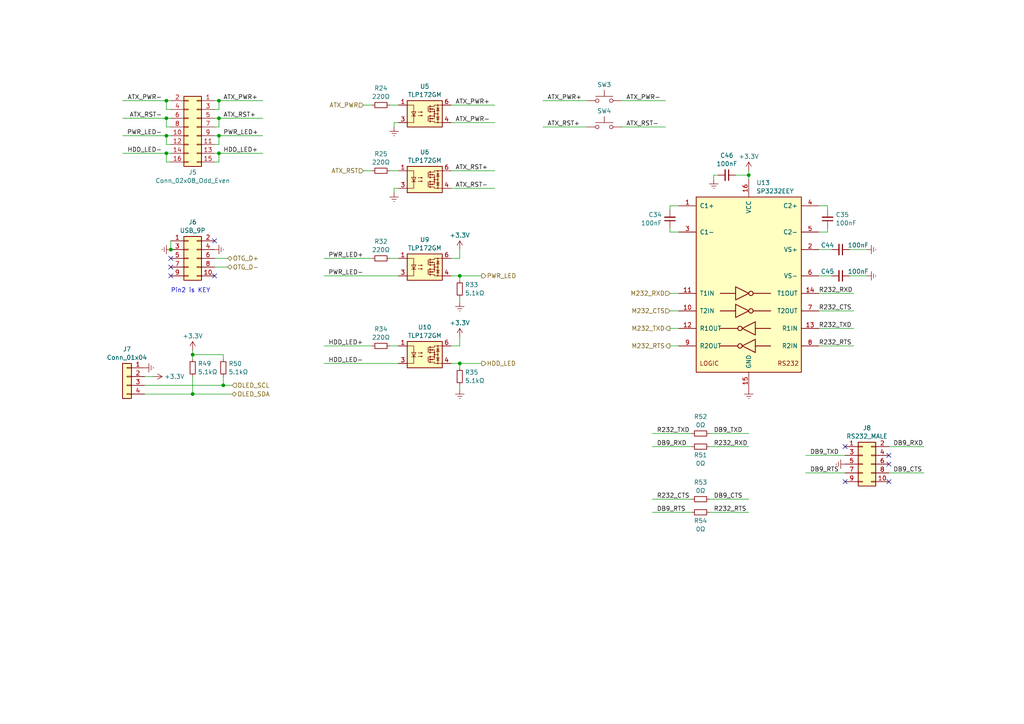
<source format=kicad_sch>
(kicad_sch (version 20231120) (generator "eeschema") (generator_version "8.0")
  (paper "A4")
  (lib_symbols
    (symbol "Connector_Generic:Conn_01x04" (pin_names (offset 1.016) hide)
      (property "Reference" "J" (at 0 5.08 0))
      (property "Value" "Conn_01x04" (at 0 -7.62 0))
      (symbol "Conn_01x04_1_1"
        (rectangle (start -1.27 -4.953) (end 0 -5.207) (stroke (width 0.1524)))
        (rectangle (start -1.27 -2.413) (end 0 -2.667) (stroke (width 0.1524)))
        (rectangle (start -1.27 0.127) (end 0 -0.127) (stroke (width 0.1524)))
        (rectangle (start -1.27 2.667) (end 0 2.413) (stroke (width 0.1524)))
        (rectangle (start -1.27 3.81) (end 1.27 -6.35) (stroke (width 0.254)) (fill (type background)))
        (pin passive line (at -5.08 2.54 0) (length 3.81) (name "Pin_1") (number "1"))
        (pin passive line (at -5.08 0 0) (length 3.81) (name "Pin_2") (number "2"))
        (pin passive line (at -5.08 -2.54 0) (length 3.81) (name "Pin_3") (number "3"))
        (pin passive line (at -5.08 -5.08 0) (length 3.81) (name "Pin_4") (number "4"))
      )
    )
    (symbol "Connector_Generic:Conn_02x05_Odd_Even" (pin_names (offset 1.016) hide)
      (property "Reference" "J" (at 1.27 7.62 0))
      (property "Value" "Conn_02x05_Odd_Even" (at 1.27 -7.62 0))
      (symbol "Conn_02x05_Odd_Even_1_1"
        (rectangle (start -1.27 -4.953) (end 0 -5.207) (stroke (width 0.1524)))
        (rectangle (start -1.27 -2.413) (end 0 -2.667) (stroke (width 0.1524)))
        (rectangle (start -1.27 0.127) (end 0 -0.127) (stroke (width 0.1524)))
        (rectangle (start -1.27 2.667) (end 0 2.413) (stroke (width 0.1524)))
        (rectangle (start -1.27 5.207) (end 0 4.953) (stroke (width 0.1524)))
        (rectangle (start -1.27 6.35) (end 3.81 -6.35) (stroke (width 0.254)) (fill (type background)))
        (rectangle (start 3.81 -4.953) (end 2.54 -5.207) (stroke (width 0.1524)))
        (rectangle (start 3.81 -2.413) (end 2.54 -2.667) (stroke (width 0.1524)))
        (rectangle (start 3.81 0.127) (end 2.54 -0.127) (stroke (width 0.1524)))
        (rectangle (start 3.81 2.667) (end 2.54 2.413) (stroke (width 0.1524)))
        (rectangle (start 3.81 5.207) (end 2.54 4.953) (stroke (width 0.1524)))
        (pin passive line (at -5.08 5.08 0) (length 3.81) (name "Pin_1") (number "1"))
        (pin passive line (at 7.62 -5.08 180) (length 3.81) (name "Pin_10") (number "10"))
        (pin passive line (at 7.62 5.08 180) (length 3.81) (name "Pin_2") (number "2"))
        (pin passive line (at -5.08 2.54 0) (length 3.81) (name "Pin_3") (number "3"))
        (pin passive line (at 7.62 2.54 180) (length 3.81) (name "Pin_4") (number "4"))
        (pin passive line (at -5.08 0 0) (length 3.81) (name "Pin_5") (number "5"))
        (pin passive line (at 7.62 0 180) (length 3.81) (name "Pin_6") (number "6"))
        (pin passive line (at -5.08 -2.54 0) (length 3.81) (name "Pin_7") (number "7"))
        (pin passive line (at 7.62 -2.54 180) (length 3.81) (name "Pin_8") (number "8"))
        (pin passive line (at -5.08 -5.08 0) (length 3.81) (name "Pin_9") (number "9"))
      )
    )
    (symbol "Connector_Generic:Conn_02x08_Odd_Even" (pin_names (offset 1.016) hide)
      (property "Reference" "J" (at 1.27 10.16 0))
      (property "Value" "Conn_02x08_Odd_Even" (at 1.27 -12.7 0))
      (symbol "Conn_02x08_Odd_Even_1_1"
        (rectangle (start -1.27 -10.033) (end 0 -10.287) (stroke (width 0.1524)))
        (rectangle (start -1.27 -7.493) (end 0 -7.747) (stroke (width 0.1524)))
        (rectangle (start -1.27 -4.953) (end 0 -5.207) (stroke (width 0.1524)))
        (rectangle (start -1.27 -2.413) (end 0 -2.667) (stroke (width 0.1524)))
        (rectangle (start -1.27 0.127) (end 0 -0.127) (stroke (width 0.1524)))
        (rectangle (start -1.27 2.667) (end 0 2.413) (stroke (width 0.1524)))
        (rectangle (start -1.27 5.207) (end 0 4.953) (stroke (width 0.1524)))
        (rectangle (start -1.27 7.747) (end 0 7.493) (stroke (width 0.1524)))
        (rectangle (start -1.27 8.89) (end 3.81 -11.43) (stroke (width 0.254)) (fill (type background)))
        (rectangle (start 3.81 -10.033) (end 2.54 -10.287) (stroke (width 0.1524)))
        (rectangle (start 3.81 -7.493) (end 2.54 -7.747) (stroke (width 0.1524)))
        (rectangle (start 3.81 -4.953) (end 2.54 -5.207) (stroke (width 0.1524)))
        (rectangle (start 3.81 -2.413) (end 2.54 -2.667) (stroke (width 0.1524)))
        (rectangle (start 3.81 0.127) (end 2.54 -0.127) (stroke (width 0.1524)))
        (rectangle (start 3.81 2.667) (end 2.54 2.413) (stroke (width 0.1524)))
        (rectangle (start 3.81 5.207) (end 2.54 4.953) (stroke (width 0.1524)))
        (rectangle (start 3.81 7.747) (end 2.54 7.493) (stroke (width 0.1524)))
        (pin passive line (at -5.08 7.62 0) (length 3.81) (name "Pin_1") (number "1"))
        (pin passive line (at 7.62 -2.54 180) (length 3.81) (name "Pin_10") (number "10"))
        (pin passive line (at -5.08 -5.08 0) (length 3.81) (name "Pin_11") (number "11"))
        (pin passive line (at 7.62 -5.08 180) (length 3.81) (name "Pin_12") (number "12"))
        (pin passive line (at -5.08 -7.62 0) (length 3.81) (name "Pin_13") (number "13"))
        (pin passive line (at 7.62 -7.62 180) (length 3.81) (name "Pin_14") (number "14"))
        (pin passive line (at -5.08 -10.16 0) (length 3.81) (name "Pin_15") (number "15"))
        (pin passive line (at 7.62 -10.16 180) (length 3.81) (name "Pin_16") (number "16"))
        (pin passive line (at 7.62 7.62 180) (length 3.81) (name "Pin_2") (number "2"))
        (pin passive line (at -5.08 5.08 0) (length 3.81) (name "Pin_3") (number "3"))
        (pin passive line (at 7.62 5.08 180) (length 3.81) (name "Pin_4") (number "4"))
        (pin passive line (at -5.08 2.54 0) (length 3.81) (name "Pin_5") (number "5"))
        (pin passive line (at 7.62 2.54 180) (length 3.81) (name "Pin_6") (number "6"))
        (pin passive line (at -5.08 0 0) (length 3.81) (name "Pin_7") (number "7"))
        (pin passive line (at 7.62 0 180) (length 3.81) (name "Pin_8") (number "8"))
        (pin passive line (at -5.08 -2.54 0) (length 3.81) (name "Pin_9") (number "9"))
      )
    )
    (symbol "Device:C_Small" (pin_numbers hide) (pin_names (offset 0.254) hide)
      (property "Reference" "C" (at 0.254 1.778 0))
      (property "Value" "C_Small" (at 0.254 -2.032 0))
      (symbol "C_Small_0_1"
        (polyline (pts (xy -1.524 -0.508) (xy 1.524 -0.508)) (stroke (width 0.3302)))
        (polyline (pts (xy -1.524 0.508) (xy 1.524 0.508)) (stroke (width 0.3048)))
      )
      (symbol "C_Small_1_1"
        (pin passive line (at 0 2.54 270) (length 2.032) (name "~") (number "1"))
        (pin passive line (at 0 -2.54 90) (length 2.032) (name "~") (number "2"))
      )
    )
    (symbol "Device:R_Small" (pin_numbers hide) (pin_names (offset 0.254) hide)
      (property "Reference" "R" (at 0.762 0.508 0))
      (property "Value" "R_Small" (at 0.762 -1.016 0))
      (symbol "R_Small_0_1"
        (rectangle (start -0.762 1.778) (end 0.762 -1.778) (stroke (width 0.2032)))
      )
      (symbol "R_Small_1_1"
        (pin passive line (at 0 2.54 270) (length 0.762) (name "~") (number "1"))
        (pin passive line (at 0 -2.54 90) (length 0.762) (name "~") (number "2"))
      )
    )
    (symbol "Interface_UART:MAX3232" (pin_names (offset 1.016))
      (property "Reference" "U" (at -2.54 28.575 0))
      (property "Value" "MAX3232" (at -2.54 26.67 0))
      (symbol "MAX3232_0_0"
        (text "LOGIC" (at -11.43 -22.86 0) (effects (font (size 1.27 1.27))))
        (text "RS232" (at 11.43 -22.86 0) (effects (font (size 1.27 1.27))))
      )
      (symbol "MAX3232_0_1"
        (rectangle (start -15.24 -25.4) (end 15.24 25.4) (stroke (width 0.254)) (fill (type background)))
        (circle (center -2.54 -17.78) (radius 0.635) (stroke (width 0.254)))
        (circle (center -2.54 -12.7) (radius 0.635) (stroke (width 0.254)))
        (polyline (pts (xy -3.81 -7.62) (xy -8.255 -7.62)) (stroke (width 0.254)))
        (polyline (pts (xy -3.81 -2.54) (xy -8.255 -2.54)) (stroke (width 0.254)))
        (polyline (pts (xy -3.175 -17.78) (xy -8.255 -17.78)) (stroke (width 0.254)))
        (polyline (pts (xy -3.175 -12.7) (xy -8.255 -12.7)) (stroke (width 0.254)))
        (polyline (pts (xy 1.27 -7.62) (xy 6.35 -7.62)) (stroke (width 0.254)))
        (polyline (pts (xy 1.27 -2.54) (xy 6.35 -2.54)) (stroke (width 0.254)))
        (polyline (pts (xy 1.905 -17.78) (xy 6.35 -17.78)) (stroke (width 0.254)))
        (polyline (pts (xy 1.905 -12.7) (xy 6.35 -12.7)) (stroke (width 0.254)))
        (polyline (pts (xy -3.81 -5.715) (xy -3.81 -9.525) (xy 0 -7.62) (xy -3.81 -5.715)) (stroke (width 0.254)))
        (polyline (pts (xy -3.81 -0.635) (xy -3.81 -4.445) (xy 0 -2.54) (xy -3.81 -0.635)) (stroke (width 0.254)))
        (polyline (pts (xy 1.905 -15.875) (xy 1.905 -19.685) (xy -1.905 -17.78) (xy 1.905 -15.875)) (stroke (width 0.254)))
        (polyline (pts (xy 1.905 -10.795) (xy 1.905 -14.605) (xy -1.905 -12.7) (xy 1.905 -10.795)) (stroke (width 0.254)))
        (circle (center 0.635 -7.62) (radius 0.635) (stroke (width 0.254)))
        (circle (center 0.635 -2.54) (radius 0.635) (stroke (width 0.254)))
      )
      (symbol "MAX3232_1_1"
        (pin passive line (at -20.32 22.86 0) (length 5.08) (name "C1+") (number "1"))
        (pin input line (at -20.32 -7.62 0) (length 5.08) (name "T2IN") (number "10"))
        (pin input line (at -20.32 -2.54 0) (length 5.08) (name "T1IN") (number "11"))
        (pin output line (at -20.32 -12.7 0) (length 5.08) (name "R1OUT") (number "12"))
        (pin input line (at 20.32 -12.7 180) (length 5.08) (name "R1IN") (number "13"))
        (pin output line (at 20.32 -2.54 180) (length 5.08) (name "T1OUT") (number "14"))
        (pin power_in line (at 0 -30.48 90) (length 5.08) (name "GND") (number "15"))
        (pin power_in line (at 0 30.48 270) (length 5.08) (name "VCC") (number "16"))
        (pin power_out line (at 20.32 10.16 180) (length 5.08) (name "VS+") (number "2"))
        (pin passive line (at -20.32 15.24 0) (length 5.08) (name "C1-") (number "3"))
        (pin passive line (at 20.32 22.86 180) (length 5.08) (name "C2+") (number "4"))
        (pin passive line (at 20.32 15.24 180) (length 5.08) (name "C2-") (number "5"))
        (pin power_out line (at 20.32 2.54 180) (length 5.08) (name "VS-") (number "6"))
        (pin output line (at 20.32 -7.62 180) (length 5.08) (name "T2OUT") (number "7"))
        (pin input line (at 20.32 -17.78 180) (length 5.08) (name "R2IN") (number "8"))
        (pin output line (at -20.32 -17.78 0) (length 5.08) (name "R2OUT") (number "9"))
      )
    )
    (symbol "Relay_SolidState:TLP175A"
      (property "Reference" "U" (at -5.08 4.953 0))
      (property "Value" "TLP175A" (at -5.08 -5.08 0))
      (symbol "TLP175A_0_1"
        (rectangle (start -5.08 3.81) (end 5.08 -3.81) (stroke (width 0.254)) (fill (type background)))
        (polyline (pts (xy -3.81 -0.635) (xy -2.54 -0.635)))
        (polyline (pts (xy 1.016 -0.635) (xy 1.016 -2.159)) (stroke (width 0.2032)))
        (polyline (pts (xy 1.016 2.159) (xy 1.016 0.635)) (stroke (width 0.2032)))
        (polyline (pts (xy 1.524 -0.508) (xy 1.524 -0.762)) (stroke (width 0.3556)))
        (polyline (pts (xy 2.794 0) (xy 3.81 0)))
        (polyline (pts (xy 3.429 -1.651) (xy 4.191 -1.651)))
        (polyline (pts (xy 3.429 1.651) (xy 4.191 1.651)))
        (polyline (pts (xy 3.81 -2.54) (xy 3.81 2.54)))
        (polyline (pts (xy 1.524 -2.032) (xy 1.524 -2.286) (xy 1.524 -2.286)) (stroke (width 0.3556)))
        (polyline (pts (xy 1.524 -1.27) (xy 1.524 -1.524) (xy 1.524 -1.524)) (stroke (width 0.3556)))
        (polyline (pts (xy 1.524 0.762) (xy 1.524 0.508) (xy 1.524 0.508)) (stroke (width 0.3556)))
        (polyline (pts (xy 1.524 1.524) (xy 1.524 1.27) (xy 1.524 1.27)) (stroke (width 0.3556)))
        (polyline (pts (xy 1.524 2.286) (xy 1.524 2.032) (xy 1.524 2.032)) (stroke (width 0.3556)))
        (polyline (pts (xy 1.651 -1.397) (xy 2.794 -1.397) (xy 2.794 -0.635)))
        (polyline (pts (xy 1.651 1.397) (xy 2.794 1.397) (xy 2.794 0.635)))
        (polyline (pts (xy -5.08 2.54) (xy -3.175 2.54) (xy -3.175 -2.54) (xy -5.08 -2.54)))
        (polyline (pts (xy -3.175 -0.635) (xy -3.81 0.635) (xy -2.54 0.635) (xy -3.175 -0.635)))
        (polyline (pts (xy 1.651 -2.159) (xy 2.794 -2.159) (xy 2.794 -2.54) (xy 5.08 -2.54)))
        (polyline (pts (xy 1.651 -0.635) (xy 2.794 -0.635) (xy 2.794 0.635) (xy 1.651 0.635)))
        (polyline (pts (xy 1.651 2.159) (xy 2.794 2.159) (xy 2.794 2.54) (xy 5.08 2.54)))
        (polyline (pts (xy 1.778 -1.397) (xy 2.286 -1.27) (xy 2.286 -1.524) (xy 1.778 -1.397)))
        (polyline (pts (xy 1.778 1.397) (xy 2.286 1.524) (xy 2.286 1.27) (xy 1.778 1.397)))
        (polyline (pts (xy 3.81 -1.651) (xy 3.429 -0.889) (xy 4.191 -0.889) (xy 3.81 -1.651)))
        (polyline (pts (xy 3.81 1.651) (xy 3.429 0.889) (xy 4.191 0.889) (xy 3.81 1.651)))
        (polyline (pts (xy -1.905 -0.508) (xy -0.635 -0.508) (xy -1.016 -0.635) (xy -1.016 -0.381) (xy -0.635 -0.508)))
        (polyline (pts (xy -1.905 0.508) (xy -0.635 0.508) (xy -1.016 0.381) (xy -1.016 0.635) (xy -0.635 0.508)))
        (circle (center 2.794 -0.635) (radius 0.127))
        (circle (center 2.794 0) (radius 0.127))
        (circle (center 2.794 0.635) (radius 0.127))
        (circle (center 3.81 -2.54) (radius 0.127))
        (circle (center 3.81 0) (radius 0.127))
        (circle (center 3.81 2.54) (radius 0.127))
      )
      (symbol "TLP175A_1_1"
        (pin passive line (at -7.62 2.54 0) (length 2.54) (name "~") (number "1"))
        (pin passive line (at -7.62 -2.54 0) (length 2.54) (name "~") (number "3"))
        (pin passive line (at 7.62 -2.54 180) (length 2.54) (name "~") (number "4"))
        (pin passive line (at 7.62 2.54 180) (length 2.54) (name "~") (number "6"))
      )
    )
    (symbol "Switch:SW_Push" (pin_numbers hide) (pin_names (offset 1.016) hide)
      (property "Reference" "SW" (at 1.27 2.54 0))
      (property "Value" "SW_Push" (at 0 -1.524 0))
      (symbol "SW_Push_0_1"
        (circle (center -2.032 0) (radius 0.508))
        (polyline (pts (xy 0 1.27) (xy 0 3.048)))
        (polyline (pts (xy 2.54 1.27) (xy -2.54 1.27)))
        (circle (center 2.032 0) (radius 0.508))
        (pin passive line (at -5.08 0 0) (length 2.54) (name "1") (number "1"))
        (pin passive line (at 5.08 0 180) (length 2.54) (name "2") (number "2"))
      )
    )
    (symbol "power:+3.3V" (power) (pin_names (offset 0))
      (property "Value" "+3.3V" (at 0 3.556 0))
      (symbol "+3.3V_0_1"
        (polyline (pts (xy -0.762 1.27) (xy 0 2.54)))
        (polyline (pts (xy 0 0) (xy 0 2.54)))
        (polyline (pts (xy 0 2.54) (xy 0.762 1.27)))
      )
      (symbol "+3.3V_1_1"
        (pin power_in line (at 0 0 90) (length 0) hide (name "+3.3V") (number "1"))
      )
    )
    (symbol "power:Earth" (power) (pin_names (offset 0))
      (symbol "Earth_0_1"
        (polyline (pts (xy -0.635 -1.905) (xy 0.635 -1.905)))
        (polyline (pts (xy -0.127 -2.54) (xy 0.127 -2.54)))
        (polyline (pts (xy 0 -1.27) (xy 0 0)))
        (polyline (pts (xy 1.27 -1.27) (xy -1.27 -1.27)))
      )
      (symbol "Earth_1_1"
        (pin power_in line (at 0 0 270) (length 0) hide (name "Earth") (number "1"))
      )
    )
  )
  (junction (at 49.53 72.39))
  (junction (at 63.5 34.29))
  (junction (at 48.26 44.45))
  (junction (at 217.17 50.8))
  (junction (at 63.5 39.37))
  (junction (at 48.26 29.21))
  (junction (at 55.88 102.87))
  (junction (at 48.26 39.37))
  (junction (at 48.26 34.29))
  (junction (at 133.35 105.41))
  (junction (at 133.35 80.01))
  (junction (at 55.88 114.3))
  (junction (at 63.5 44.45))
  (junction (at 64.77 111.76))
  (junction (at 63.5 29.21))
  (no_connect (at 62.23 69.85))
  (no_connect (at 257.81 132.08))
  (no_connect (at 62.23 80.01))
  (no_connect (at 245.11 129.54))
  (no_connect (at 49.53 80.01))
  (no_connect (at 245.11 139.7))
  (no_connect (at 257.81 139.7))
  (no_connect (at 49.53 74.93))
  (no_connect (at 257.81 134.62))
  (no_connect (at 49.53 77.47))
  (wire (pts (xy 48.26 31.75) (xy 48.26 29.21)))
  (wire (pts (xy 189.23 144.78) (xy 200.66 144.78)))
  (wire (pts (xy 48.26 41.91) (xy 49.53 41.91)))
  (wire (pts (xy 62.23 39.37) (xy 63.5 39.37)))
  (wire (pts (xy 194.31 90.17) (xy 196.85 90.17)))
  (wire (pts (xy 237.49 90.17) (xy 247.65 90.17)))
  (wire (pts (xy 55.88 109.22) (xy 55.88 114.3)))
  (wire (pts (xy 217.17 49.53) (xy 217.17 50.8)))
  (wire (pts (xy 130.81 49.53) (xy 143.51 49.53)))
  (wire (pts (xy 48.26 31.75) (xy 49.53 31.75)))
  (wire (pts (xy 246.38 72.39) (xy 251.46 72.39)))
  (wire (pts (xy 114.3 35.56) (xy 115.57 35.56)))
  (wire (pts (xy 63.5 44.45) (xy 76.2 44.45)))
  (wire (pts (xy 194.31 66.04) (xy 194.31 67.31)))
  (wire (pts (xy 157.48 29.21) (xy 170.18 29.21)))
  (wire (pts (xy 114.3 54.61) (xy 115.57 54.61)))
  (wire (pts (xy 133.35 105.41) (xy 130.81 105.41)))
  (wire (pts (xy 130.81 30.48) (xy 143.51 30.48)))
  (wire (pts (xy 194.31 95.25) (xy 196.85 95.25)))
  (wire (pts (xy 62.23 31.75) (xy 63.5 31.75)))
  (wire (pts (xy 180.34 29.21) (xy 193.04 29.21)))
  (wire (pts (xy 49.53 69.85) (xy 49.53 72.39)))
  (wire (pts (xy 63.5 46.99) (xy 63.5 44.45)))
  (wire (pts (xy 233.68 132.08) (xy 245.11 132.08)))
  (wire (pts (xy 41.91 111.76) (xy 64.77 111.76)))
  (wire (pts (xy 189.23 125.73) (xy 200.66 125.73)))
  (wire (pts (xy 157.48 36.83) (xy 170.18 36.83)))
  (wire (pts (xy 130.81 35.56) (xy 143.51 35.56)))
  (wire (pts (xy 48.26 34.29) (xy 49.53 34.29)))
  (wire (pts (xy 194.31 100.33) (xy 196.85 100.33)))
  (wire (pts (xy 194.31 59.69) (xy 196.85 59.69)))
  (wire (pts (xy 189.23 129.54) (xy 200.66 129.54)))
  (wire (pts (xy 62.23 44.45) (xy 63.5 44.45)))
  (wire (pts (xy 133.35 111.76) (xy 133.35 113.03)))
  (wire (pts (xy 48.26 41.91) (xy 48.26 39.37)))
  (wire (pts (xy 63.5 39.37) (xy 76.2 39.37)))
  (wire (pts (xy 55.88 114.3) (xy 67.31 114.3)))
  (wire (pts (xy 237.49 100.33) (xy 247.65 100.33)))
  (wire (pts (xy 64.77 104.14) (xy 64.77 102.87)))
  (wire (pts (xy 130.81 54.61) (xy 143.51 54.61)))
  (wire (pts (xy 133.35 80.01) (xy 139.7 80.01)))
  (wire (pts (xy 63.5 41.91) (xy 63.5 39.37)))
  (wire (pts (xy 63.5 29.21) (xy 76.2 29.21)))
  (wire (pts (xy 207.01 50.8) (xy 208.28 50.8)))
  (wire (pts (xy 62.23 29.21) (xy 63.5 29.21)))
  (wire (pts (xy 133.35 100.33) (xy 130.81 100.33)))
  (wire (pts (xy 237.49 67.31) (xy 240.03 67.31)))
  (wire (pts (xy 35.56 34.29) (xy 48.26 34.29)))
  (wire (pts (xy 48.26 44.45) (xy 49.53 44.45)))
  (wire (pts (xy 194.31 67.31) (xy 196.85 67.31)))
  (wire (pts (xy 205.74 125.73) (xy 217.17 125.73)))
  (wire (pts (xy 113.03 30.48) (xy 115.57 30.48)))
  (wire (pts (xy 113.03 100.33) (xy 115.57 100.33)))
  (wire (pts (xy 233.68 137.16) (xy 245.11 137.16)))
  (wire (pts (xy 62.23 41.91) (xy 63.5 41.91)))
  (wire (pts (xy 48.26 39.37) (xy 49.53 39.37)))
  (wire (pts (xy 64.77 102.87) (xy 55.88 102.87)))
  (wire (pts (xy 133.35 106.68) (xy 133.35 105.41)))
  (wire (pts (xy 48.26 36.83) (xy 49.53 36.83)))
  (wire (pts (xy 66.04 74.93) (xy 62.23 74.93)))
  (wire (pts (xy 205.74 144.78) (xy 217.17 144.78)))
  (wire (pts (xy 93.98 80.01) (xy 115.57 80.01)))
  (wire (pts (xy 189.23 148.59) (xy 200.66 148.59)))
  (wire (pts (xy 133.35 74.93) (xy 130.81 74.93)))
  (wire (pts (xy 133.35 80.01) (xy 130.81 80.01)))
  (wire (pts (xy 48.26 34.29) (xy 48.26 36.83)))
  (wire (pts (xy 48.26 46.99) (xy 48.26 44.45)))
  (wire (pts (xy 105.41 30.48) (xy 107.95 30.48)))
  (wire (pts (xy 194.31 60.96) (xy 194.31 59.69)))
  (wire (pts (xy 64.77 111.76) (xy 67.31 111.76)))
  (wire (pts (xy 63.5 34.29) (xy 76.2 34.29)))
  (wire (pts (xy 133.35 81.28) (xy 133.35 80.01)))
  (wire (pts (xy 133.35 97.79) (xy 133.35 100.33)))
  (wire (pts (xy 133.35 72.39) (xy 133.35 74.93)))
  (wire (pts (xy 246.38 80.01) (xy 251.46 80.01)))
  (wire (pts (xy 133.35 105.41) (xy 139.7 105.41)))
  (wire (pts (xy 114.3 36.83) (xy 114.3 35.56)))
  (wire (pts (xy 257.81 129.54) (xy 267.97 129.54)))
  (wire (pts (xy 66.04 77.47) (xy 62.23 77.47)))
  (wire (pts (xy 240.03 67.31) (xy 240.03 66.04)))
  (wire (pts (xy 237.49 85.09) (xy 247.65 85.09)))
  (wire (pts (xy 62.23 34.29) (xy 63.5 34.29)))
  (wire (pts (xy 41.91 114.3) (xy 55.88 114.3)))
  (wire (pts (xy 213.36 50.8) (xy 217.17 50.8)))
  (wire (pts (xy 205.74 148.59) (xy 217.17 148.59)))
  (wire (pts (xy 35.56 29.21) (xy 48.26 29.21)))
  (wire (pts (xy 237.49 59.69) (xy 240.03 59.69)))
  (wire (pts (xy 105.41 49.53) (xy 107.95 49.53)))
  (wire (pts (xy 41.91 109.22) (xy 44.45 109.22)))
  (wire (pts (xy 237.49 95.25) (xy 247.65 95.25)))
  (wire (pts (xy 237.49 80.01) (xy 241.3 80.01)))
  (wire (pts (xy 194.31 85.09) (xy 196.85 85.09)))
  (wire (pts (xy 205.74 129.54) (xy 217.17 129.54)))
  (wire (pts (xy 64.77 109.22) (xy 64.77 111.76)))
  (wire (pts (xy 48.26 46.99) (xy 49.53 46.99)))
  (wire (pts (xy 133.35 86.36) (xy 133.35 87.63)))
  (wire (pts (xy 180.34 36.83) (xy 193.04 36.83)))
  (wire (pts (xy 93.98 74.93) (xy 107.95 74.93)))
  (wire (pts (xy 55.88 101.6) (xy 55.88 102.87)))
  (wire (pts (xy 63.5 36.83) (xy 63.5 34.29)))
  (wire (pts (xy 113.03 49.53) (xy 115.57 49.53)))
  (wire (pts (xy 217.17 50.8) (xy 217.17 52.07)))
  (wire (pts (xy 207.01 52.07) (xy 207.01 50.8)))
  (wire (pts (xy 62.23 36.83) (xy 63.5 36.83)))
  (wire (pts (xy 237.49 72.39) (xy 241.3 72.39)))
  (wire (pts (xy 114.3 55.88) (xy 114.3 54.61)))
  (wire (pts (xy 55.88 102.87) (xy 55.88 104.14)))
  (wire (pts (xy 35.56 44.45) (xy 48.26 44.45)))
  (wire (pts (xy 62.23 46.99) (xy 63.5 46.99)))
  (wire (pts (xy 63.5 31.75) (xy 63.5 29.21)))
  (wire (pts (xy 257.81 137.16) (xy 267.97 137.16)))
  (wire (pts (xy 240.03 59.69) (xy 240.03 60.96)))
  (wire (pts (xy 113.03 74.93) (xy 115.57 74.93)))
  (wire (pts (xy 48.26 29.21) (xy 49.53 29.21)))
  (wire (pts (xy 93.98 105.41) (xy 115.57 105.41)))
  (wire (pts (xy 35.56 39.37) (xy 48.26 39.37)))
  (wire (pts (xy 93.98 100.33) (xy 107.95 100.33)))
  (text "Pin2 is KEY" (at 49.53 85.09 0) (effects (font (size 1.27 1.27)) (justify left bottom)))
  (label "HDD_LED+" (at 95.25 100.33 0))
  (label "HDD_LED-" (at 46.99 44.45 180))
  (label "ATX_PWR-" (at 181.61 29.21 0))
  (label "ATX_PWR-" (at 46.99 29.21 180))
  (label "R232_RXD" (at 237.49 85.09 0))
  (label "DB9_CTS" (at 259.08 137.16 0))
  (label "R232_TXD" (at 190.5 125.73 0))
  (label "DB9_RTS" (at 190.5 148.59 0))
  (label "ATX_PWR+" (at 64.77 29.21 0))
  (label "PWR_LED-" (at 105.41 80.01 180))
  (label "ATX_RST-" (at 132.08 54.61 0))
  (label "DB9_RTS" (at 234.95 137.16 0))
  (label "DB9_RXD" (at 190.5 129.54 0))
  (label "ATX_RST-" (at 46.99 34.29 180))
  (label "R232_RTS" (at 237.49 100.33 0))
  (label "ATX_RST+" (at 132.08 49.53 0))
  (label "ATX_PWR+" (at 132.08 30.48 0))
  (label "ATX_PWR-" (at 132.08 35.56 0))
  (label "PWR_LED+" (at 64.77 39.37 0))
  (label "DB9_TXD" (at 234.95 132.08 0))
  (label "PWR_LED+" (at 105.41 74.93 180))
  (label "DB9_TXD" (at 207.01 125.73 0))
  (label "R232_CTS" (at 190.5 144.78 0))
  (label "ATX_RST-" (at 181.61 36.83 0))
  (label "DB9_CTS" (at 207.01 144.78 0))
  (label "ATX_RST+" (at 64.77 34.29 0))
  (label "R232_CTS" (at 237.49 90.17 0))
  (label "DB9_RXD" (at 259.08 129.54 0))
  (label "R232_TXD" (at 237.49 95.25 0))
  (label "HDD_LED+" (at 64.77 44.45 0))
  (label "R232_RXD" (at 207.01 129.54 0))
  (label "PWR_LED-" (at 46.99 39.37 180))
  (label "ATX_RST+" (at 158.75 36.83 0))
  (label "R232_RTS" (at 207.01 148.59 0))
  (label "ATX_PWR+" (at 158.75 29.21 0))
  (label "HDD_LED-" (at 95.25 105.41 0))
  (hierarchical_label "ATX_RST" (shape input) (at 105.41 49.53 180))
  (hierarchical_label "PWR_LED" (shape output) (at 139.7 80.01 0))
  (hierarchical_label "M232_RTS" (shape output) (at 194.31 100.33 180))
  (hierarchical_label "M232_TXD" (shape output) (at 194.31 95.25 180))
  (hierarchical_label "HDD_LED" (shape output) (at 139.7 105.41 0))
  (hierarchical_label "OTG_D-" (shape bidirectional) (at 66.04 77.47 0))
  (hierarchical_label "OTG_D+" (shape bidirectional) (at 66.04 74.93 0))
  (hierarchical_label "M232_RXD" (shape input) (at 194.31 85.09 180))
  (hierarchical_label "ATX_PWR" (shape input) (at 105.41 30.48 180))
  (hierarchical_label "OLED_SCL" (shape input) (at 67.31 111.76 0))
  (hierarchical_label "OLED_SDA" (shape bidirectional) (at 67.31 114.3 0))
  (hierarchical_label "M232_CTS" (shape input) (at 194.31 90.17 180))
  (symbol (lib_id "power:Earth") (at 251.46 80.01 90) (unit 1)
    (property "Reference" "#PWR047" (effects (hide yes)))
    (property "Value" "Earth" (effects (hide yes)))
  )
  (symbol (lib_id "Device:C_Small") (at 243.84 80.01 270) (unit 1)
    (property "Reference" "C45" (at 240.03 78.74 90))
    (property "Value" "100nF" (at 248.92 78.74 90))
    (property "Footprint" "Capacitor_SMD:C_0402_1005Metric" (effects (hide yes)))
  )
  (symbol (lib_id "Device:R_Small") (at 203.2 144.78 90) (unit 1)
    (property "Reference" "R53" (at 203.2 139.8991 90))
    (property "Value" "0Ω" (at 203.2 142.3233 90))
    (property "Footprint" "Resistor_SMD:R_0402_1005Metric" (effects (hide yes)))
  )
  (symbol (lib_id "power:+3.3V") (at 133.35 72.39 0) (unit 1)
    (property "Reference" "#PWR035" (effects (hide yes)))
    (property "Value" "+3.3V" (at 133.35 68.2569 0))
  )
  (symbol (lib_id "power:Earth") (at 62.23 72.39 90) (unit 1)
    (property "Reference" "#PWR081" (effects (hide yes)))
    (property "Value" "Earth" (effects (hide yes)))
  )
  (symbol (lib_id "Device:R_Small") (at 110.49 49.53 90) (unit 1)
    (property "Reference" "R25" (at 110.49 44.6491 90))
    (property "Value" "220Ω" (at 110.49 47.0733 90))
    (property "Footprint" "Resistor_SMD:R_0402_1005Metric" (effects (hide yes)))
  )
  (symbol (lib_id "Device:R_Small") (at 203.2 125.73 90) (unit 1)
    (property "Reference" "R52" (at 203.2 120.8491 90))
    (property "Value" "0Ω" (at 203.2 123.2733 90))
    (property "Footprint" "Resistor_SMD:R_0402_1005Metric" (effects (hide yes)))
  )
  (symbol (lib_id "Relay_SolidState:TLP175A") (at 123.19 33.02 0) (unit 1)
    (property "Reference" "U5" (at 123.19 25.0657 0))
    (property "Value" "TLP172GM" (at 123.19 27.4899 0))
    (property "Footprint" "Package_SO:MFSOP6-4_4.4x3.6mm_P1.27mm" (effects (hide yes)))
    (property "Datasheet" "https://toshiba.semicon-storage.com/info/docget.jsp?did=13665&prodName=TLP175A" (effects (hide yes)))
    (property "LCSC Part" "C261926" (effects (hide yes)))
  )
  (symbol (lib_id "Device:R_Small") (at 64.77 106.68 0) (unit 1)
    (property "Reference" "R50" (at 66.2686 105.4679 0) (effects (justify left)))
    (property "Value" "5.1kΩ" (at 66.2686 107.8921 0) (effects (justify left)))
    (property "Footprint" "Resistor_SMD:R_0402_1005Metric" (effects (hide yes)))
  )
  (symbol (lib_id "power:Earth") (at 49.53 72.39 270) (unit 1)
    (property "Reference" "#PWR079" (effects (hide yes)))
    (property "Value" "Earth" (effects (hide yes)))
  )
  (symbol (lib_id "Relay_SolidState:TLP175A") (at 123.19 102.87 0) (unit 1)
    (property "Reference" "U10" (at 123.19 94.9157 0))
    (property "Value" "TLP172GM" (at 123.19 97.3399 0))
    (property "Footprint" "Package_SO:MFSOP6-4_4.4x3.6mm_P1.27mm" (effects (hide yes)))
    (property "Datasheet" "https://toshiba.semicon-storage.com/info/docget.jsp?did=13665&prodName=TLP175A" (effects (hide yes)))
    (property "LCSC Part" "C261926" (effects (hide yes)))
  )
  (symbol (lib_id "power:Earth") (at 133.35 113.03 0) (unit 1)
    (property "Reference" "#PWR092" (effects (hide yes)))
    (property "Value" "Earth" (effects (hide yes)))
  )
  (symbol (lib_id "power:Earth") (at 207.01 52.07 0) (unit 1)
    (property "Reference" "#PWR052" (effects (hide yes)))
    (property "Value" "Earth" (effects (hide yes)))
  )
  (symbol (lib_id "Interface_UART:MAX3232") (at 217.17 82.55 0) (unit 1)
    (property "Reference" "U13" (at 219.3641 53.0057 0) (effects (justify left)))
    (property "Value" "SP3232EEY" (at 219.3641 55.4299 0) (effects (justify left)))
    (property "Footprint" "Package_SO:TSSOP-16_4.4x5mm_P0.65mm" (effects (hide yes)))
    (property "Datasheet" "https://datasheets.maximintegrated.com/en/ds/MAX3222-MAX3241.pdf" (effects (hide yes)))
    (property "LCSC Part" "C13482" (effects (hide yes)))
  )
  (symbol (lib_id "power:Earth") (at 41.91 106.68 90) (unit 1)
    (property "Reference" "#PWR088" (effects (hide yes)))
    (property "Value" "Earth" (effects (hide yes)))
  )
  (symbol (lib_id "Relay_SolidState:TLP175A") (at 123.19 77.47 0) (unit 1)
    (property "Reference" "U9" (at 123.19 69.5157 0))
    (property "Value" "TLP172GM" (at 123.19 71.9399 0))
    (property "Footprint" "Package_SO:MFSOP6-4_4.4x3.6mm_P1.27mm" (effects (hide yes)))
    (property "Datasheet" "https://toshiba.semicon-storage.com/info/docget.jsp?did=13665&prodName=TLP175A" (effects (hide yes)))
    (property "LCSC Part" "C261926" (effects (hide yes)))
  )
  (symbol (lib_id "power:Earth") (at 245.11 134.62 270) (unit 1)
    (property "Reference" "#PWR053" (effects (hide yes)))
    (property "Value" "Earth" (effects (hide yes)))
  )
  (symbol (lib_id "power:Earth") (at 251.46 72.39 90) (unit 1)
    (property "Reference" "#PWR046" (effects (hide yes)))
    (property "Value" "Earth" (effects (hide yes)))
  )
  (symbol (lib_id "Connector_Generic:Conn_01x04") (at 36.83 109.22 0) (mirror y) (unit 1)
    (property "Reference" "J7" (at 36.83 101.2657 0))
    (property "Value" "Conn_01x04" (at 36.83 103.6899 0))
    (property "Footprint" "Connector_PinHeader_2.54mm:PinHeader_1x04_P2.54mm_Horizontal" (effects (hide yes)))
  )
  (symbol (lib_id "power:+3.3V") (at 44.45 109.22 270) (unit 1)
    (property "Reference" "#PWR020" (effects (hide yes)))
    (property "Value" "+3.3V" (at 47.625 109.22 90) (effects (justify left)))
  )
  (symbol (lib_id "Device:R_Small") (at 203.2 148.59 90) (unit 1)
    (property "Reference" "R54" (at 203.2 151.0467 90))
    (property "Value" "0Ω" (at 203.2 153.4709 90))
    (property "Footprint" "Resistor_SMD:R_0402_1005Metric" (effects (hide yes)))
  )
  (symbol (lib_id "Device:R_Small") (at 133.35 83.82 0) (unit 1)
    (property "Reference" "R33" (at 134.8486 82.6079 0) (effects (justify left)))
    (property "Value" "5.1kΩ" (at 134.8486 85.0321 0) (effects (justify left)))
    (property "Footprint" "Resistor_SMD:R_0402_1005Metric" (effects (hide yes)))
  )
  (symbol (lib_id "Device:C_Small") (at 240.03 63.5 180) (unit 1)
    (property "Reference" "C35" (at 242.3541 62.2815 0) (effects (justify right)))
    (property "Value" "100nF" (at 242.3541 64.7057 0) (effects (justify right)))
    (property "Footprint" "Capacitor_SMD:C_0402_1005Metric" (effects (hide yes)))
  )
  (symbol (lib_id "Device:R_Small") (at 133.35 109.22 0) (unit 1)
    (property "Reference" "R35" (at 134.8486 108.0079 0) (effects (justify left)))
    (property "Value" "5.1kΩ" (at 134.8486 110.4321 0) (effects (justify left)))
    (property "Footprint" "Resistor_SMD:R_0402_1005Metric" (effects (hide yes)))
  )
  (symbol (lib_id "power:Earth") (at 217.17 113.03 0) (unit 1)
    (property "Reference" "#PWR041" (effects (hide yes)))
    (property "Value" "Earth" (effects (hide yes)))
  )
  (symbol (lib_id "Connector_Generic:Conn_02x08_Odd_Even") (at 57.15 36.83 0) (mirror y) (unit 1)
    (property "Reference" "J5" (at 55.88 49.9801 0))
    (property "Value" "Conn_02x08_Odd_Even" (at 55.88 52.4043 0))
    (property "Footprint" "Connector_PinHeader_2.54mm:PinHeader_2x08_P2.54mm_Horizontal" (effects (hide yes)))
  )
  (symbol (lib_id "Device:R_Small") (at 110.49 100.33 90) (unit 1)
    (property "Reference" "R34" (at 110.49 95.4491 90))
    (property "Value" "220Ω" (at 110.49 97.8733 90))
    (property "Footprint" "Resistor_SMD:R_0402_1005Metric" (effects (hide yes)))
  )
  (symbol (lib_id "power:+3.3V") (at 217.17 49.53 0) (unit 1)
    (property "Reference" "#PWR048" (effects (hide yes)))
    (property "Value" "+3.3V" (at 217.17 45.3969 0))
  )
  (symbol (lib_id "Connector_Generic:Conn_02x05_Odd_Even") (at 54.61 74.93 0) (unit 1)
    (property "Reference" "J6" (at 55.88 64.4357 0))
    (property "Value" "USB_9P" (at 55.88 66.8599 0))
    (property "Footprint" "tukvm:USB_9P_P2.54mm_Horizontal" (effects (hide yes)))
  )
  (symbol (lib_id "Switch:SW_Push") (at 175.26 29.21 0) (unit 1)
    (property "Reference" "SW3" (at 175.26 24.5689 0))
    (property "Value" "TS-1187A" (effects (hide yes)))
    (property "Footprint" "Button_Switch_SMD:SW_Push_1P1T_XKB_TS-1187A" (effects (hide yes)))
  )
  (symbol (lib_id "power:Earth") (at 114.3 36.83 0) (unit 1)
    (property "Reference" "#PWR083" (effects (hide yes)))
    (property "Value" "Earth" (effects (hide yes)))
  )
  (symbol (lib_id "Device:R_Small") (at 110.49 30.48 90) (unit 1)
    (property "Reference" "R24" (at 110.49 25.5991 90))
    (property "Value" "220Ω" (at 110.49 28.0233 90))
    (property "Footprint" "Resistor_SMD:R_0402_1005Metric" (effects (hide yes)))
  )
  (symbol (lib_id "power:Earth") (at 114.3 55.88 0) (unit 1)
    (property "Reference" "#PWR082" (effects (hide yes)))
    (property "Value" "Earth" (effects (hide yes)))
  )
  (symbol (lib_id "power:+3.3V") (at 133.35 97.79 0) (unit 1)
    (property "Reference" "#PWR024" (effects (hide yes)))
    (property "Value" "+3.3V" (at 133.35 93.6569 0))
  )
  (symbol (lib_id "Device:C_Small") (at 210.82 50.8 270) (unit 1)
    (property "Reference" "C46" (at 210.8136 45.0936 90))
    (property "Value" "100nF" (at 210.8136 47.5178 90))
    (property "Footprint" "Capacitor_SMD:C_0402_1005Metric" (effects (hide yes)))
  )
  (symbol (lib_id "Device:R_Small") (at 110.49 74.93 90) (unit 1)
    (property "Reference" "R32" (at 110.49 70.0491 90))
    (property "Value" "220Ω" (at 110.49 72.4733 90))
    (property "Footprint" "Resistor_SMD:R_0402_1005Metric" (effects (hide yes)))
  )
  (symbol (lib_id "power:Earth") (at 133.35 87.63 0) (unit 1)
    (property "Reference" "#PWR090" (effects (hide yes)))
    (property "Value" "Earth" (effects (hide yes)))
  )
  (symbol (lib_id "power:+3.3V") (at 55.88 101.6 0) (unit 1)
    (property "Reference" "#PWR036" (effects (hide yes)))
    (property "Value" "+3.3V" (at 55.88 97.4669 0))
  )
  (symbol (lib_id "Device:C_Small") (at 194.31 63.5 180) (unit 1)
    (property "Reference" "C34" (at 191.986 62.2815 0) (effects (justify left)))
    (property "Value" "100nF" (at 191.986 64.7057 0) (effects (justify left)))
    (property "Footprint" "Capacitor_SMD:C_0402_1005Metric" (effects (hide yes)))
  )
  (symbol (lib_id "Connector_Generic:Conn_02x05_Odd_Even") (at 250.19 134.62 0) (unit 1)
    (property "Reference" "J8" (at 251.46 124.1257 0))
    (property "Value" "RS232_MALE" (at 251.46 126.5499 0))
    (property "Footprint" "easyeda2kicad:IDC-SMD_10P-P2.54-V-R2-C5-S9.50" (effects (hide yes)))
  )
  (symbol (lib_id "Device:R_Small") (at 55.88 106.68 0) (unit 1)
    (property "Reference" "R49" (at 57.3786 105.4679 0) (effects (justify left)))
    (property "Value" "5.1kΩ" (at 57.3786 107.8921 0) (effects (justify left)))
    (property "Footprint" "Resistor_SMD:R_0402_1005Metric" (effects (hide yes)))
  )
  (symbol (lib_id "Relay_SolidState:TLP175A") (at 123.19 52.07 0) (unit 1)
    (property "Reference" "U6" (at 123.19 44.1157 0))
    (property "Value" "TLP172GM" (at 123.19 46.5399 0))
    (property "Footprint" "Package_SO:MFSOP6-4_4.4x3.6mm_P1.27mm" (effects (hide yes)))
    (property "Datasheet" "https://toshiba.semicon-storage.com/info/docget.jsp?did=13665&prodName=TLP175A" (effects (hide yes)))
    (property "LCSC Part" "C261926" (effects (hide yes)))
  )
  (symbol (lib_id "Device:C_Small") (at 243.84 72.39 270) (unit 1)
    (property "Reference" "C44" (at 240.03 71.12 90))
    (property "Value" "100nF" (at 248.92 71.12 90))
    (property "Footprint" "Capacitor_SMD:C_0402_1005Metric" (effects (hide yes)))
  )
  (symbol (lib_id "Device:R_Small") (at 203.2 129.54 90) (unit 1)
    (property "Reference" "R51" (at 203.2 131.9967 90))
    (property "Value" "0Ω" (at 203.2 134.4209 90))
    (property "Footprint" "Resistor_SMD:R_0402_1005Metric" (effects (hide yes)))
  )
  (symbol (lib_id "Switch:SW_Push") (at 175.26 36.83 0) (unit 1)
    (property "Reference" "SW4" (at 175.26 32.1889 0))
    (property "Value" "TS-1187A" (effects (hide yes)))
    (property "Footprint" "Button_Switch_SMD:SW_Push_1P1T_XKB_TS-1187A" (effects (hide yes)))
  )
)
</source>
